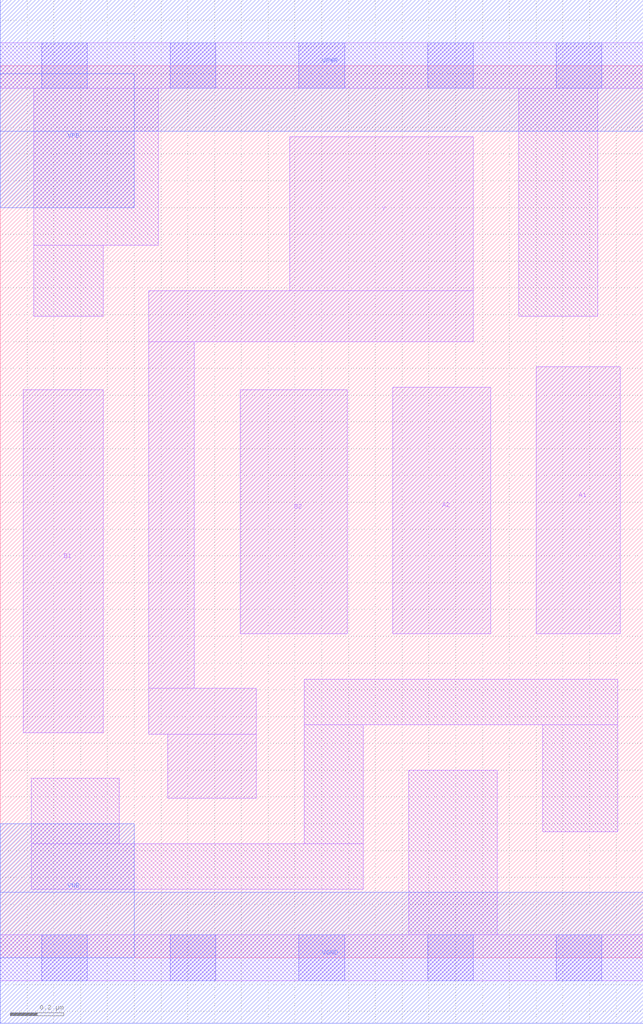
<source format=lef>
# Copyright 2020 The SkyWater PDK Authors
#
# Licensed under the Apache License, Version 2.0 (the "License");
# you may not use this file except in compliance with the License.
# You may obtain a copy of the License at
#
#     https://www.apache.org/licenses/LICENSE-2.0
#
# Unless required by applicable law or agreed to in writing, software
# distributed under the License is distributed on an "AS IS" BASIS,
# WITHOUT WARRANTIES OR CONDITIONS OF ANY KIND, either express or implied.
# See the License for the specific language governing permissions and
# limitations under the License.
#
# SPDX-License-Identifier: Apache-2.0

VERSION 5.5 ;
NAMESCASESENSITIVE ON ;
BUSBITCHARS "[]" ;
DIVIDERCHAR "/" ;
MACRO sky130_fd_sc_lp__o22ai_0
  CLASS CORE ;
  SOURCE USER ;
  ORIGIN  0.000000  0.000000 ;
  SIZE  2.400000 BY  3.330000 ;
  SYMMETRY X Y R90 ;
  SITE unit ;
  PIN A1
    ANTENNAGATEAREA  0.159000 ;
    DIRECTION INPUT ;
    USE SIGNAL ;
    PORT
      LAYER li1 ;
        RECT 2.000000 1.210000 2.315000 2.205000 ;
    END
  END A1
  PIN A2
    ANTENNAGATEAREA  0.159000 ;
    DIRECTION INPUT ;
    USE SIGNAL ;
    PORT
      LAYER li1 ;
        RECT 1.465000 1.210000 1.830000 2.130000 ;
    END
  END A2
  PIN B1
    ANTENNAGATEAREA  0.159000 ;
    DIRECTION INPUT ;
    USE SIGNAL ;
    PORT
      LAYER li1 ;
        RECT 0.085000 0.840000 0.385000 2.120000 ;
    END
  END B1
  PIN B2
    ANTENNAGATEAREA  0.159000 ;
    DIRECTION INPUT ;
    USE SIGNAL ;
    PORT
      LAYER li1 ;
        RECT 0.895000 1.210000 1.295000 2.120000 ;
    END
  END B2
  PIN Y
    ANTENNADIFFAREA  0.328300 ;
    DIRECTION OUTPUT ;
    USE SIGNAL ;
    PORT
      LAYER li1 ;
        RECT 0.555000 0.835000 0.955000 1.005000 ;
        RECT 0.555000 1.005000 0.725000 2.300000 ;
        RECT 0.555000 2.300000 1.765000 2.490000 ;
        RECT 0.625000 0.595000 0.955000 0.835000 ;
        RECT 1.080000 2.490000 1.765000 3.065000 ;
    END
  END Y
  PIN VGND
    DIRECTION INOUT ;
    USE GROUND ;
    PORT
      LAYER met1 ;
        RECT 0.000000 -0.245000 2.400000 0.245000 ;
    END
  END VGND
  PIN VNB
    DIRECTION INOUT ;
    USE GROUND ;
    PORT
      LAYER met1 ;
        RECT 0.000000 0.000000 0.500000 0.500000 ;
    END
  END VNB
  PIN VPB
    DIRECTION INOUT ;
    USE POWER ;
    PORT
      LAYER met1 ;
        RECT 0.000000 2.800000 0.500000 3.300000 ;
    END
  END VPB
  PIN VPWR
    DIRECTION INOUT ;
    USE POWER ;
    PORT
      LAYER met1 ;
        RECT 0.000000 3.085000 2.400000 3.575000 ;
    END
  END VPWR
  OBS
    LAYER li1 ;
      RECT 0.000000 -0.085000 2.400000 0.085000 ;
      RECT 0.000000  3.245000 2.400000 3.415000 ;
      RECT 0.115000  0.255000 1.355000 0.425000 ;
      RECT 0.115000  0.425000 0.445000 0.670000 ;
      RECT 0.125000  2.395000 0.385000 2.660000 ;
      RECT 0.125000  2.660000 0.590000 3.245000 ;
      RECT 1.135000  0.425000 1.355000 0.870000 ;
      RECT 1.135000  0.870000 2.305000 1.040000 ;
      RECT 1.525000  0.085000 1.855000 0.700000 ;
      RECT 1.935000  2.395000 2.230000 3.245000 ;
      RECT 2.025000  0.470000 2.305000 0.870000 ;
    LAYER mcon ;
      RECT 0.155000 -0.085000 0.325000 0.085000 ;
      RECT 0.155000  3.245000 0.325000 3.415000 ;
      RECT 0.635000 -0.085000 0.805000 0.085000 ;
      RECT 0.635000  3.245000 0.805000 3.415000 ;
      RECT 1.115000 -0.085000 1.285000 0.085000 ;
      RECT 1.115000  3.245000 1.285000 3.415000 ;
      RECT 1.595000 -0.085000 1.765000 0.085000 ;
      RECT 1.595000  3.245000 1.765000 3.415000 ;
      RECT 2.075000 -0.085000 2.245000 0.085000 ;
      RECT 2.075000  3.245000 2.245000 3.415000 ;
  END
END sky130_fd_sc_lp__o22ai_0
END LIBRARY

</source>
